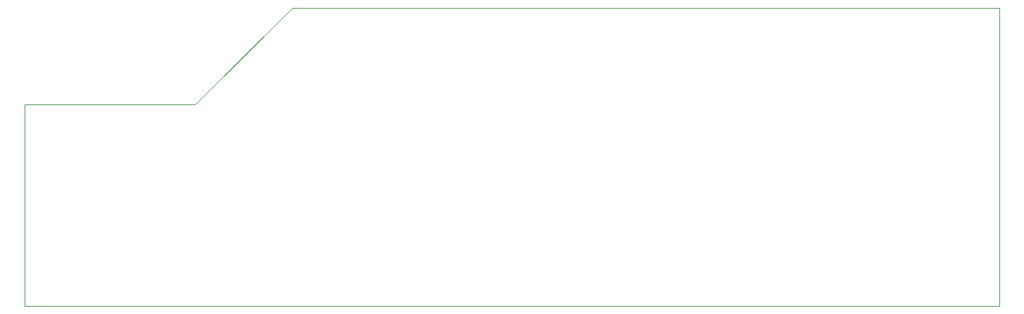
<source format=gbr>
%TF.GenerationSoftware,KiCad,Pcbnew,5.1.9+dfsg1-1~bpo10+1*%
%TF.CreationDate,2024-04-14T08:17:05+02:00*%
%TF.ProjectId,IIsiSEthernet,49497369-5345-4746-9865-726e65742e6b,rev?*%
%TF.SameCoordinates,Original*%
%TF.FileFunction,Profile,NP*%
%FSLAX46Y46*%
G04 Gerber Fmt 4.6, Leading zero omitted, Abs format (unit mm)*
G04 Created by KiCad (PCBNEW 5.1.9+dfsg1-1~bpo10+1) date 2024-04-14 08:17:05*
%MOMM*%
%LPD*%
G01*
G04 APERTURE LIST*
%TA.AperFunction,Profile*%
%ADD10C,0.050000*%
%TD*%
G04 APERTURE END LIST*
D10*
X120000000Y-116700000D02*
X107700000Y-129000000D01*
X86000000Y-129000000D02*
X107700000Y-129000000D01*
X120000000Y-116700000D02*
X210000000Y-116700000D01*
X86000000Y-154700000D02*
X86000000Y-129000000D01*
X210000000Y-154700000D02*
X210000000Y-116700000D01*
X210000000Y-154700000D02*
X86000000Y-154700000D01*
M02*

</source>
